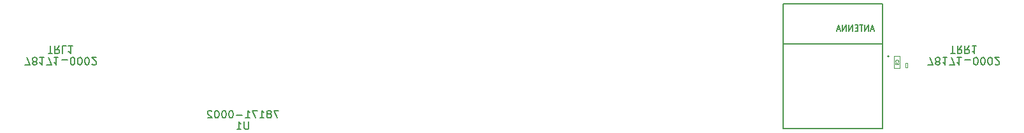
<source format=gbr>
G04 #@! TF.GenerationSoftware,KiCad,Pcbnew,7.0.6*
G04 #@! TF.CreationDate,2023-09-01T19:54:12-07:00*
G04 #@! TF.ProjectId,sgpp_main_pcb,73677070-5f6d-4616-996e-5f7063622e6b,1*
G04 #@! TF.SameCoordinates,Original*
G04 #@! TF.FileFunction,AssemblyDrawing,Bot*
%FSLAX46Y46*%
G04 Gerber Fmt 4.6, Leading zero omitted, Abs format (unit mm)*
G04 Created by KiCad (PCBNEW 7.0.6) date 2023-09-01 19:54:12*
%MOMM*%
%LPD*%
G01*
G04 APERTURE LIST*
%ADD10C,0.150000*%
%ADD11C,0.060000*%
%ADD12C,0.127000*%
%ADD13C,0.200000*%
%ADD14C,0.100000*%
G04 APERTURE END LIST*
D10*
X198014774Y-93774609D02*
X197639821Y-93774609D01*
X198089765Y-93999581D02*
X197827298Y-93212179D01*
X197827298Y-93212179D02*
X197564830Y-93999581D01*
X197302363Y-93999581D02*
X197302363Y-93212179D01*
X197302363Y-93212179D02*
X196852419Y-93999581D01*
X196852419Y-93999581D02*
X196852419Y-93212179D01*
X196589952Y-93212179D02*
X196140008Y-93212179D01*
X196364980Y-93999581D02*
X196364980Y-93212179D01*
X195877541Y-93587132D02*
X195615074Y-93587132D01*
X195502588Y-93999581D02*
X195877541Y-93999581D01*
X195877541Y-93999581D02*
X195877541Y-93212179D01*
X195877541Y-93212179D02*
X195502588Y-93212179D01*
X195165130Y-93999581D02*
X195165130Y-93212179D01*
X195165130Y-93212179D02*
X194715186Y-93999581D01*
X194715186Y-93999581D02*
X194715186Y-93212179D01*
X194340233Y-93999581D02*
X194340233Y-93212179D01*
X194340233Y-93212179D02*
X193890289Y-93999581D01*
X193890289Y-93999581D02*
X193890289Y-93212179D01*
X193552831Y-93774609D02*
X193177878Y-93774609D01*
X193627822Y-93999581D02*
X193365355Y-93212179D01*
X193365355Y-93212179D02*
X193102887Y-93999581D01*
X85238095Y-98489180D02*
X85904761Y-98489180D01*
X85904761Y-98489180D02*
X85476190Y-97489180D01*
X86428571Y-98060609D02*
X86333333Y-98108228D01*
X86333333Y-98108228D02*
X86285714Y-98155847D01*
X86285714Y-98155847D02*
X86238095Y-98251085D01*
X86238095Y-98251085D02*
X86238095Y-98298704D01*
X86238095Y-98298704D02*
X86285714Y-98393942D01*
X86285714Y-98393942D02*
X86333333Y-98441561D01*
X86333333Y-98441561D02*
X86428571Y-98489180D01*
X86428571Y-98489180D02*
X86619047Y-98489180D01*
X86619047Y-98489180D02*
X86714285Y-98441561D01*
X86714285Y-98441561D02*
X86761904Y-98393942D01*
X86761904Y-98393942D02*
X86809523Y-98298704D01*
X86809523Y-98298704D02*
X86809523Y-98251085D01*
X86809523Y-98251085D02*
X86761904Y-98155847D01*
X86761904Y-98155847D02*
X86714285Y-98108228D01*
X86714285Y-98108228D02*
X86619047Y-98060609D01*
X86619047Y-98060609D02*
X86428571Y-98060609D01*
X86428571Y-98060609D02*
X86333333Y-98012990D01*
X86333333Y-98012990D02*
X86285714Y-97965371D01*
X86285714Y-97965371D02*
X86238095Y-97870133D01*
X86238095Y-97870133D02*
X86238095Y-97679657D01*
X86238095Y-97679657D02*
X86285714Y-97584419D01*
X86285714Y-97584419D02*
X86333333Y-97536800D01*
X86333333Y-97536800D02*
X86428571Y-97489180D01*
X86428571Y-97489180D02*
X86619047Y-97489180D01*
X86619047Y-97489180D02*
X86714285Y-97536800D01*
X86714285Y-97536800D02*
X86761904Y-97584419D01*
X86761904Y-97584419D02*
X86809523Y-97679657D01*
X86809523Y-97679657D02*
X86809523Y-97870133D01*
X86809523Y-97870133D02*
X86761904Y-97965371D01*
X86761904Y-97965371D02*
X86714285Y-98012990D01*
X86714285Y-98012990D02*
X86619047Y-98060609D01*
X87761904Y-97489180D02*
X87190476Y-97489180D01*
X87476190Y-97489180D02*
X87476190Y-98489180D01*
X87476190Y-98489180D02*
X87380952Y-98346323D01*
X87380952Y-98346323D02*
X87285714Y-98251085D01*
X87285714Y-98251085D02*
X87190476Y-98203466D01*
X88095238Y-98489180D02*
X88761904Y-98489180D01*
X88761904Y-98489180D02*
X88333333Y-97489180D01*
X89666666Y-97489180D02*
X89095238Y-97489180D01*
X89380952Y-97489180D02*
X89380952Y-98489180D01*
X89380952Y-98489180D02*
X89285714Y-98346323D01*
X89285714Y-98346323D02*
X89190476Y-98251085D01*
X89190476Y-98251085D02*
X89095238Y-98203466D01*
X90095238Y-97870133D02*
X90857143Y-97870133D01*
X91523809Y-98489180D02*
X91619047Y-98489180D01*
X91619047Y-98489180D02*
X91714285Y-98441561D01*
X91714285Y-98441561D02*
X91761904Y-98393942D01*
X91761904Y-98393942D02*
X91809523Y-98298704D01*
X91809523Y-98298704D02*
X91857142Y-98108228D01*
X91857142Y-98108228D02*
X91857142Y-97870133D01*
X91857142Y-97870133D02*
X91809523Y-97679657D01*
X91809523Y-97679657D02*
X91761904Y-97584419D01*
X91761904Y-97584419D02*
X91714285Y-97536800D01*
X91714285Y-97536800D02*
X91619047Y-97489180D01*
X91619047Y-97489180D02*
X91523809Y-97489180D01*
X91523809Y-97489180D02*
X91428571Y-97536800D01*
X91428571Y-97536800D02*
X91380952Y-97584419D01*
X91380952Y-97584419D02*
X91333333Y-97679657D01*
X91333333Y-97679657D02*
X91285714Y-97870133D01*
X91285714Y-97870133D02*
X91285714Y-98108228D01*
X91285714Y-98108228D02*
X91333333Y-98298704D01*
X91333333Y-98298704D02*
X91380952Y-98393942D01*
X91380952Y-98393942D02*
X91428571Y-98441561D01*
X91428571Y-98441561D02*
X91523809Y-98489180D01*
X92476190Y-98489180D02*
X92571428Y-98489180D01*
X92571428Y-98489180D02*
X92666666Y-98441561D01*
X92666666Y-98441561D02*
X92714285Y-98393942D01*
X92714285Y-98393942D02*
X92761904Y-98298704D01*
X92761904Y-98298704D02*
X92809523Y-98108228D01*
X92809523Y-98108228D02*
X92809523Y-97870133D01*
X92809523Y-97870133D02*
X92761904Y-97679657D01*
X92761904Y-97679657D02*
X92714285Y-97584419D01*
X92714285Y-97584419D02*
X92666666Y-97536800D01*
X92666666Y-97536800D02*
X92571428Y-97489180D01*
X92571428Y-97489180D02*
X92476190Y-97489180D01*
X92476190Y-97489180D02*
X92380952Y-97536800D01*
X92380952Y-97536800D02*
X92333333Y-97584419D01*
X92333333Y-97584419D02*
X92285714Y-97679657D01*
X92285714Y-97679657D02*
X92238095Y-97870133D01*
X92238095Y-97870133D02*
X92238095Y-98108228D01*
X92238095Y-98108228D02*
X92285714Y-98298704D01*
X92285714Y-98298704D02*
X92333333Y-98393942D01*
X92333333Y-98393942D02*
X92380952Y-98441561D01*
X92380952Y-98441561D02*
X92476190Y-98489180D01*
X93428571Y-98489180D02*
X93523809Y-98489180D01*
X93523809Y-98489180D02*
X93619047Y-98441561D01*
X93619047Y-98441561D02*
X93666666Y-98393942D01*
X93666666Y-98393942D02*
X93714285Y-98298704D01*
X93714285Y-98298704D02*
X93761904Y-98108228D01*
X93761904Y-98108228D02*
X93761904Y-97870133D01*
X93761904Y-97870133D02*
X93714285Y-97679657D01*
X93714285Y-97679657D02*
X93666666Y-97584419D01*
X93666666Y-97584419D02*
X93619047Y-97536800D01*
X93619047Y-97536800D02*
X93523809Y-97489180D01*
X93523809Y-97489180D02*
X93428571Y-97489180D01*
X93428571Y-97489180D02*
X93333333Y-97536800D01*
X93333333Y-97536800D02*
X93285714Y-97584419D01*
X93285714Y-97584419D02*
X93238095Y-97679657D01*
X93238095Y-97679657D02*
X93190476Y-97870133D01*
X93190476Y-97870133D02*
X93190476Y-98108228D01*
X93190476Y-98108228D02*
X93238095Y-98298704D01*
X93238095Y-98298704D02*
X93285714Y-98393942D01*
X93285714Y-98393942D02*
X93333333Y-98441561D01*
X93333333Y-98441561D02*
X93428571Y-98489180D01*
X94142857Y-98393942D02*
X94190476Y-98441561D01*
X94190476Y-98441561D02*
X94285714Y-98489180D01*
X94285714Y-98489180D02*
X94523809Y-98489180D01*
X94523809Y-98489180D02*
X94619047Y-98441561D01*
X94619047Y-98441561D02*
X94666666Y-98393942D01*
X94666666Y-98393942D02*
X94714285Y-98298704D01*
X94714285Y-98298704D02*
X94714285Y-98203466D01*
X94714285Y-98203466D02*
X94666666Y-98060609D01*
X94666666Y-98060609D02*
X94095238Y-97489180D01*
X94095238Y-97489180D02*
X94714285Y-97489180D01*
X88333333Y-96989180D02*
X88904761Y-96989180D01*
X88619047Y-95989180D02*
X88619047Y-96989180D01*
X89809523Y-95989180D02*
X89476190Y-96465371D01*
X89238095Y-95989180D02*
X89238095Y-96989180D01*
X89238095Y-96989180D02*
X89619047Y-96989180D01*
X89619047Y-96989180D02*
X89714285Y-96941561D01*
X89714285Y-96941561D02*
X89761904Y-96893942D01*
X89761904Y-96893942D02*
X89809523Y-96798704D01*
X89809523Y-96798704D02*
X89809523Y-96655847D01*
X89809523Y-96655847D02*
X89761904Y-96560609D01*
X89761904Y-96560609D02*
X89714285Y-96512990D01*
X89714285Y-96512990D02*
X89619047Y-96465371D01*
X89619047Y-96465371D02*
X89238095Y-96465371D01*
X90714285Y-95989180D02*
X90238095Y-95989180D01*
X90238095Y-95989180D02*
X90238095Y-96989180D01*
X91571428Y-95989180D02*
X91000000Y-95989180D01*
X91285714Y-95989180D02*
X91285714Y-96989180D01*
X91285714Y-96989180D02*
X91190476Y-96846323D01*
X91190476Y-96846323D02*
X91095238Y-96751085D01*
X91095238Y-96751085D02*
X91000000Y-96703466D01*
X118958795Y-104571731D02*
X118292129Y-104571731D01*
X118292129Y-104571731D02*
X118720700Y-105571731D01*
X117768319Y-105000302D02*
X117863557Y-104952683D01*
X117863557Y-104952683D02*
X117911176Y-104905064D01*
X117911176Y-104905064D02*
X117958795Y-104809826D01*
X117958795Y-104809826D02*
X117958795Y-104762207D01*
X117958795Y-104762207D02*
X117911176Y-104666969D01*
X117911176Y-104666969D02*
X117863557Y-104619350D01*
X117863557Y-104619350D02*
X117768319Y-104571731D01*
X117768319Y-104571731D02*
X117577843Y-104571731D01*
X117577843Y-104571731D02*
X117482605Y-104619350D01*
X117482605Y-104619350D02*
X117434986Y-104666969D01*
X117434986Y-104666969D02*
X117387367Y-104762207D01*
X117387367Y-104762207D02*
X117387367Y-104809826D01*
X117387367Y-104809826D02*
X117434986Y-104905064D01*
X117434986Y-104905064D02*
X117482605Y-104952683D01*
X117482605Y-104952683D02*
X117577843Y-105000302D01*
X117577843Y-105000302D02*
X117768319Y-105000302D01*
X117768319Y-105000302D02*
X117863557Y-105047921D01*
X117863557Y-105047921D02*
X117911176Y-105095540D01*
X117911176Y-105095540D02*
X117958795Y-105190778D01*
X117958795Y-105190778D02*
X117958795Y-105381254D01*
X117958795Y-105381254D02*
X117911176Y-105476492D01*
X117911176Y-105476492D02*
X117863557Y-105524112D01*
X117863557Y-105524112D02*
X117768319Y-105571731D01*
X117768319Y-105571731D02*
X117577843Y-105571731D01*
X117577843Y-105571731D02*
X117482605Y-105524112D01*
X117482605Y-105524112D02*
X117434986Y-105476492D01*
X117434986Y-105476492D02*
X117387367Y-105381254D01*
X117387367Y-105381254D02*
X117387367Y-105190778D01*
X117387367Y-105190778D02*
X117434986Y-105095540D01*
X117434986Y-105095540D02*
X117482605Y-105047921D01*
X117482605Y-105047921D02*
X117577843Y-105000302D01*
X116434986Y-105571731D02*
X117006414Y-105571731D01*
X116720700Y-105571731D02*
X116720700Y-104571731D01*
X116720700Y-104571731D02*
X116815938Y-104714588D01*
X116815938Y-104714588D02*
X116911176Y-104809826D01*
X116911176Y-104809826D02*
X117006414Y-104857445D01*
X116101652Y-104571731D02*
X115434986Y-104571731D01*
X115434986Y-104571731D02*
X115863557Y-105571731D01*
X114530224Y-105571731D02*
X115101652Y-105571731D01*
X114815938Y-105571731D02*
X114815938Y-104571731D01*
X114815938Y-104571731D02*
X114911176Y-104714588D01*
X114911176Y-104714588D02*
X115006414Y-104809826D01*
X115006414Y-104809826D02*
X115101652Y-104857445D01*
X114101652Y-105190778D02*
X113339748Y-105190778D01*
X112673081Y-104571731D02*
X112577843Y-104571731D01*
X112577843Y-104571731D02*
X112482605Y-104619350D01*
X112482605Y-104619350D02*
X112434986Y-104666969D01*
X112434986Y-104666969D02*
X112387367Y-104762207D01*
X112387367Y-104762207D02*
X112339748Y-104952683D01*
X112339748Y-104952683D02*
X112339748Y-105190778D01*
X112339748Y-105190778D02*
X112387367Y-105381254D01*
X112387367Y-105381254D02*
X112434986Y-105476492D01*
X112434986Y-105476492D02*
X112482605Y-105524112D01*
X112482605Y-105524112D02*
X112577843Y-105571731D01*
X112577843Y-105571731D02*
X112673081Y-105571731D01*
X112673081Y-105571731D02*
X112768319Y-105524112D01*
X112768319Y-105524112D02*
X112815938Y-105476492D01*
X112815938Y-105476492D02*
X112863557Y-105381254D01*
X112863557Y-105381254D02*
X112911176Y-105190778D01*
X112911176Y-105190778D02*
X112911176Y-104952683D01*
X112911176Y-104952683D02*
X112863557Y-104762207D01*
X112863557Y-104762207D02*
X112815938Y-104666969D01*
X112815938Y-104666969D02*
X112768319Y-104619350D01*
X112768319Y-104619350D02*
X112673081Y-104571731D01*
X111720700Y-104571731D02*
X111625462Y-104571731D01*
X111625462Y-104571731D02*
X111530224Y-104619350D01*
X111530224Y-104619350D02*
X111482605Y-104666969D01*
X111482605Y-104666969D02*
X111434986Y-104762207D01*
X111434986Y-104762207D02*
X111387367Y-104952683D01*
X111387367Y-104952683D02*
X111387367Y-105190778D01*
X111387367Y-105190778D02*
X111434986Y-105381254D01*
X111434986Y-105381254D02*
X111482605Y-105476492D01*
X111482605Y-105476492D02*
X111530224Y-105524112D01*
X111530224Y-105524112D02*
X111625462Y-105571731D01*
X111625462Y-105571731D02*
X111720700Y-105571731D01*
X111720700Y-105571731D02*
X111815938Y-105524112D01*
X111815938Y-105524112D02*
X111863557Y-105476492D01*
X111863557Y-105476492D02*
X111911176Y-105381254D01*
X111911176Y-105381254D02*
X111958795Y-105190778D01*
X111958795Y-105190778D02*
X111958795Y-104952683D01*
X111958795Y-104952683D02*
X111911176Y-104762207D01*
X111911176Y-104762207D02*
X111863557Y-104666969D01*
X111863557Y-104666969D02*
X111815938Y-104619350D01*
X111815938Y-104619350D02*
X111720700Y-104571731D01*
X110768319Y-104571731D02*
X110673081Y-104571731D01*
X110673081Y-104571731D02*
X110577843Y-104619350D01*
X110577843Y-104619350D02*
X110530224Y-104666969D01*
X110530224Y-104666969D02*
X110482605Y-104762207D01*
X110482605Y-104762207D02*
X110434986Y-104952683D01*
X110434986Y-104952683D02*
X110434986Y-105190778D01*
X110434986Y-105190778D02*
X110482605Y-105381254D01*
X110482605Y-105381254D02*
X110530224Y-105476492D01*
X110530224Y-105476492D02*
X110577843Y-105524112D01*
X110577843Y-105524112D02*
X110673081Y-105571731D01*
X110673081Y-105571731D02*
X110768319Y-105571731D01*
X110768319Y-105571731D02*
X110863557Y-105524112D01*
X110863557Y-105524112D02*
X110911176Y-105476492D01*
X110911176Y-105476492D02*
X110958795Y-105381254D01*
X110958795Y-105381254D02*
X111006414Y-105190778D01*
X111006414Y-105190778D02*
X111006414Y-104952683D01*
X111006414Y-104952683D02*
X110958795Y-104762207D01*
X110958795Y-104762207D02*
X110911176Y-104666969D01*
X110911176Y-104666969D02*
X110863557Y-104619350D01*
X110863557Y-104619350D02*
X110768319Y-104571731D01*
X110054033Y-104666969D02*
X110006414Y-104619350D01*
X110006414Y-104619350D02*
X109911176Y-104571731D01*
X109911176Y-104571731D02*
X109673081Y-104571731D01*
X109673081Y-104571731D02*
X109577843Y-104619350D01*
X109577843Y-104619350D02*
X109530224Y-104666969D01*
X109530224Y-104666969D02*
X109482605Y-104762207D01*
X109482605Y-104762207D02*
X109482605Y-104857445D01*
X109482605Y-104857445D02*
X109530224Y-105000302D01*
X109530224Y-105000302D02*
X110101652Y-105571731D01*
X110101652Y-105571731D02*
X109482605Y-105571731D01*
X114958795Y-106071731D02*
X114958795Y-106881254D01*
X114958795Y-106881254D02*
X114911176Y-106976492D01*
X114911176Y-106976492D02*
X114863557Y-107024112D01*
X114863557Y-107024112D02*
X114768319Y-107071731D01*
X114768319Y-107071731D02*
X114577843Y-107071731D01*
X114577843Y-107071731D02*
X114482605Y-107024112D01*
X114482605Y-107024112D02*
X114434986Y-106976492D01*
X114434986Y-106976492D02*
X114387367Y-106881254D01*
X114387367Y-106881254D02*
X114387367Y-106071731D01*
X113387367Y-107071731D02*
X113958795Y-107071731D01*
X113673081Y-107071731D02*
X113673081Y-106071731D01*
X113673081Y-106071731D02*
X113768319Y-106214588D01*
X113768319Y-106214588D02*
X113863557Y-106309826D01*
X113863557Y-106309826D02*
X113958795Y-106357445D01*
X205238095Y-98489180D02*
X205904761Y-98489180D01*
X205904761Y-98489180D02*
X205476190Y-97489180D01*
X206428571Y-98060609D02*
X206333333Y-98108228D01*
X206333333Y-98108228D02*
X206285714Y-98155847D01*
X206285714Y-98155847D02*
X206238095Y-98251085D01*
X206238095Y-98251085D02*
X206238095Y-98298704D01*
X206238095Y-98298704D02*
X206285714Y-98393942D01*
X206285714Y-98393942D02*
X206333333Y-98441561D01*
X206333333Y-98441561D02*
X206428571Y-98489180D01*
X206428571Y-98489180D02*
X206619047Y-98489180D01*
X206619047Y-98489180D02*
X206714285Y-98441561D01*
X206714285Y-98441561D02*
X206761904Y-98393942D01*
X206761904Y-98393942D02*
X206809523Y-98298704D01*
X206809523Y-98298704D02*
X206809523Y-98251085D01*
X206809523Y-98251085D02*
X206761904Y-98155847D01*
X206761904Y-98155847D02*
X206714285Y-98108228D01*
X206714285Y-98108228D02*
X206619047Y-98060609D01*
X206619047Y-98060609D02*
X206428571Y-98060609D01*
X206428571Y-98060609D02*
X206333333Y-98012990D01*
X206333333Y-98012990D02*
X206285714Y-97965371D01*
X206285714Y-97965371D02*
X206238095Y-97870133D01*
X206238095Y-97870133D02*
X206238095Y-97679657D01*
X206238095Y-97679657D02*
X206285714Y-97584419D01*
X206285714Y-97584419D02*
X206333333Y-97536800D01*
X206333333Y-97536800D02*
X206428571Y-97489180D01*
X206428571Y-97489180D02*
X206619047Y-97489180D01*
X206619047Y-97489180D02*
X206714285Y-97536800D01*
X206714285Y-97536800D02*
X206761904Y-97584419D01*
X206761904Y-97584419D02*
X206809523Y-97679657D01*
X206809523Y-97679657D02*
X206809523Y-97870133D01*
X206809523Y-97870133D02*
X206761904Y-97965371D01*
X206761904Y-97965371D02*
X206714285Y-98012990D01*
X206714285Y-98012990D02*
X206619047Y-98060609D01*
X207761904Y-97489180D02*
X207190476Y-97489180D01*
X207476190Y-97489180D02*
X207476190Y-98489180D01*
X207476190Y-98489180D02*
X207380952Y-98346323D01*
X207380952Y-98346323D02*
X207285714Y-98251085D01*
X207285714Y-98251085D02*
X207190476Y-98203466D01*
X208095238Y-98489180D02*
X208761904Y-98489180D01*
X208761904Y-98489180D02*
X208333333Y-97489180D01*
X209666666Y-97489180D02*
X209095238Y-97489180D01*
X209380952Y-97489180D02*
X209380952Y-98489180D01*
X209380952Y-98489180D02*
X209285714Y-98346323D01*
X209285714Y-98346323D02*
X209190476Y-98251085D01*
X209190476Y-98251085D02*
X209095238Y-98203466D01*
X210095238Y-97870133D02*
X210857143Y-97870133D01*
X211523809Y-98489180D02*
X211619047Y-98489180D01*
X211619047Y-98489180D02*
X211714285Y-98441561D01*
X211714285Y-98441561D02*
X211761904Y-98393942D01*
X211761904Y-98393942D02*
X211809523Y-98298704D01*
X211809523Y-98298704D02*
X211857142Y-98108228D01*
X211857142Y-98108228D02*
X211857142Y-97870133D01*
X211857142Y-97870133D02*
X211809523Y-97679657D01*
X211809523Y-97679657D02*
X211761904Y-97584419D01*
X211761904Y-97584419D02*
X211714285Y-97536800D01*
X211714285Y-97536800D02*
X211619047Y-97489180D01*
X211619047Y-97489180D02*
X211523809Y-97489180D01*
X211523809Y-97489180D02*
X211428571Y-97536800D01*
X211428571Y-97536800D02*
X211380952Y-97584419D01*
X211380952Y-97584419D02*
X211333333Y-97679657D01*
X211333333Y-97679657D02*
X211285714Y-97870133D01*
X211285714Y-97870133D02*
X211285714Y-98108228D01*
X211285714Y-98108228D02*
X211333333Y-98298704D01*
X211333333Y-98298704D02*
X211380952Y-98393942D01*
X211380952Y-98393942D02*
X211428571Y-98441561D01*
X211428571Y-98441561D02*
X211523809Y-98489180D01*
X212476190Y-98489180D02*
X212571428Y-98489180D01*
X212571428Y-98489180D02*
X212666666Y-98441561D01*
X212666666Y-98441561D02*
X212714285Y-98393942D01*
X212714285Y-98393942D02*
X212761904Y-98298704D01*
X212761904Y-98298704D02*
X212809523Y-98108228D01*
X212809523Y-98108228D02*
X212809523Y-97870133D01*
X212809523Y-97870133D02*
X212761904Y-97679657D01*
X212761904Y-97679657D02*
X212714285Y-97584419D01*
X212714285Y-97584419D02*
X212666666Y-97536800D01*
X212666666Y-97536800D02*
X212571428Y-97489180D01*
X212571428Y-97489180D02*
X212476190Y-97489180D01*
X212476190Y-97489180D02*
X212380952Y-97536800D01*
X212380952Y-97536800D02*
X212333333Y-97584419D01*
X212333333Y-97584419D02*
X212285714Y-97679657D01*
X212285714Y-97679657D02*
X212238095Y-97870133D01*
X212238095Y-97870133D02*
X212238095Y-98108228D01*
X212238095Y-98108228D02*
X212285714Y-98298704D01*
X212285714Y-98298704D02*
X212333333Y-98393942D01*
X212333333Y-98393942D02*
X212380952Y-98441561D01*
X212380952Y-98441561D02*
X212476190Y-98489180D01*
X213428571Y-98489180D02*
X213523809Y-98489180D01*
X213523809Y-98489180D02*
X213619047Y-98441561D01*
X213619047Y-98441561D02*
X213666666Y-98393942D01*
X213666666Y-98393942D02*
X213714285Y-98298704D01*
X213714285Y-98298704D02*
X213761904Y-98108228D01*
X213761904Y-98108228D02*
X213761904Y-97870133D01*
X213761904Y-97870133D02*
X213714285Y-97679657D01*
X213714285Y-97679657D02*
X213666666Y-97584419D01*
X213666666Y-97584419D02*
X213619047Y-97536800D01*
X213619047Y-97536800D02*
X213523809Y-97489180D01*
X213523809Y-97489180D02*
X213428571Y-97489180D01*
X213428571Y-97489180D02*
X213333333Y-97536800D01*
X213333333Y-97536800D02*
X213285714Y-97584419D01*
X213285714Y-97584419D02*
X213238095Y-97679657D01*
X213238095Y-97679657D02*
X213190476Y-97870133D01*
X213190476Y-97870133D02*
X213190476Y-98108228D01*
X213190476Y-98108228D02*
X213238095Y-98298704D01*
X213238095Y-98298704D02*
X213285714Y-98393942D01*
X213285714Y-98393942D02*
X213333333Y-98441561D01*
X213333333Y-98441561D02*
X213428571Y-98489180D01*
X214142857Y-98393942D02*
X214190476Y-98441561D01*
X214190476Y-98441561D02*
X214285714Y-98489180D01*
X214285714Y-98489180D02*
X214523809Y-98489180D01*
X214523809Y-98489180D02*
X214619047Y-98441561D01*
X214619047Y-98441561D02*
X214666666Y-98393942D01*
X214666666Y-98393942D02*
X214714285Y-98298704D01*
X214714285Y-98298704D02*
X214714285Y-98203466D01*
X214714285Y-98203466D02*
X214666666Y-98060609D01*
X214666666Y-98060609D02*
X214095238Y-97489180D01*
X214095238Y-97489180D02*
X214714285Y-97489180D01*
X208238095Y-96989180D02*
X208809523Y-96989180D01*
X208523809Y-95989180D02*
X208523809Y-96989180D01*
X209714285Y-95989180D02*
X209380952Y-96465371D01*
X209142857Y-95989180D02*
X209142857Y-96989180D01*
X209142857Y-96989180D02*
X209523809Y-96989180D01*
X209523809Y-96989180D02*
X209619047Y-96941561D01*
X209619047Y-96941561D02*
X209666666Y-96893942D01*
X209666666Y-96893942D02*
X209714285Y-96798704D01*
X209714285Y-96798704D02*
X209714285Y-96655847D01*
X209714285Y-96655847D02*
X209666666Y-96560609D01*
X209666666Y-96560609D02*
X209619047Y-96512990D01*
X209619047Y-96512990D02*
X209523809Y-96465371D01*
X209523809Y-96465371D02*
X209142857Y-96465371D01*
X210714285Y-95989180D02*
X210380952Y-96465371D01*
X210142857Y-95989180D02*
X210142857Y-96989180D01*
X210142857Y-96989180D02*
X210523809Y-96989180D01*
X210523809Y-96989180D02*
X210619047Y-96941561D01*
X210619047Y-96941561D02*
X210666666Y-96893942D01*
X210666666Y-96893942D02*
X210714285Y-96798704D01*
X210714285Y-96798704D02*
X210714285Y-96655847D01*
X210714285Y-96655847D02*
X210666666Y-96560609D01*
X210666666Y-96560609D02*
X210619047Y-96512990D01*
X210619047Y-96512990D02*
X210523809Y-96465371D01*
X210523809Y-96465371D02*
X210142857Y-96465371D01*
X211666666Y-95989180D02*
X211095238Y-95989180D01*
X211380952Y-95989180D02*
X211380952Y-96989180D01*
X211380952Y-96989180D02*
X211285714Y-96846323D01*
X211285714Y-96846323D02*
X211190476Y-96751085D01*
X211190476Y-96751085D02*
X211095238Y-96703466D01*
D11*
X201247163Y-98084783D02*
X201266211Y-98065735D01*
X201266211Y-98065735D02*
X201285258Y-98008593D01*
X201285258Y-98008593D02*
X201285258Y-97970497D01*
X201285258Y-97970497D02*
X201266211Y-97913354D01*
X201266211Y-97913354D02*
X201228115Y-97875259D01*
X201228115Y-97875259D02*
X201190020Y-97856212D01*
X201190020Y-97856212D02*
X201113830Y-97837164D01*
X201113830Y-97837164D02*
X201056687Y-97837164D01*
X201056687Y-97837164D02*
X200980496Y-97856212D01*
X200980496Y-97856212D02*
X200942401Y-97875259D01*
X200942401Y-97875259D02*
X200904306Y-97913354D01*
X200904306Y-97913354D02*
X200885258Y-97970497D01*
X200885258Y-97970497D02*
X200885258Y-98008593D01*
X200885258Y-98008593D02*
X200904306Y-98065735D01*
X200904306Y-98065735D02*
X200923353Y-98084783D01*
X201285258Y-98275259D02*
X201285258Y-98351450D01*
X201285258Y-98351450D02*
X201266211Y-98389545D01*
X201266211Y-98389545D02*
X201247163Y-98408593D01*
X201247163Y-98408593D02*
X201190020Y-98446688D01*
X201190020Y-98446688D02*
X201113830Y-98465735D01*
X201113830Y-98465735D02*
X200961449Y-98465735D01*
X200961449Y-98465735D02*
X200923353Y-98446688D01*
X200923353Y-98446688D02*
X200904306Y-98427640D01*
X200904306Y-98427640D02*
X200885258Y-98389545D01*
X200885258Y-98389545D02*
X200885258Y-98313354D01*
X200885258Y-98313354D02*
X200904306Y-98275259D01*
X200904306Y-98275259D02*
X200923353Y-98256212D01*
X200923353Y-98256212D02*
X200961449Y-98237164D01*
X200961449Y-98237164D02*
X201056687Y-98237164D01*
X201056687Y-98237164D02*
X201094782Y-98256212D01*
X201094782Y-98256212D02*
X201113830Y-98275259D01*
X201113830Y-98275259D02*
X201132877Y-98313354D01*
X201132877Y-98313354D02*
X201132877Y-98389545D01*
X201132877Y-98389545D02*
X201113830Y-98427640D01*
X201113830Y-98427640D02*
X201094782Y-98446688D01*
X201094782Y-98446688D02*
X201056687Y-98465735D01*
D12*
X199196327Y-106943114D02*
X199196327Y-95743114D01*
X199196327Y-95743114D02*
X199196327Y-90343114D01*
X199196327Y-95743114D02*
X185996327Y-95743114D01*
X199196327Y-90343114D02*
X185996327Y-90343114D01*
X185996327Y-106943114D02*
X199196327Y-106943114D01*
X185996327Y-95743114D02*
X185996327Y-106943114D01*
X185996327Y-90343114D02*
X185996327Y-95743114D01*
D13*
X200046327Y-97343114D02*
G75*
G03*
X200046327Y-97343114I-100000J0D01*
G01*
D14*
X200703331Y-98951450D02*
X201503331Y-98951450D01*
X201503331Y-98951450D02*
X201503331Y-97351450D01*
X200703331Y-97351450D02*
X200703331Y-98951450D01*
X201503331Y-97351450D02*
X200703331Y-97351450D01*
X202523331Y-98252000D02*
X202223331Y-98252000D01*
X202223331Y-98252000D02*
X202223331Y-98852000D01*
X202523331Y-98852000D02*
X202523331Y-98252000D01*
X202223331Y-98852000D02*
X202523331Y-98852000D01*
M02*

</source>
